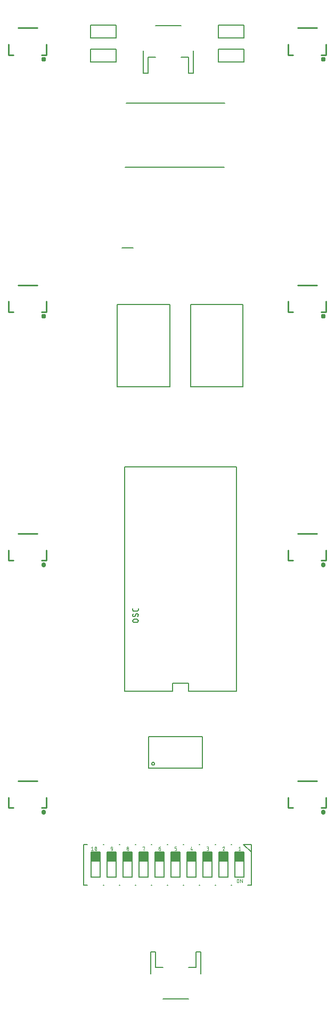
<source format=gto>
G75*
%MOIN*%
%OFA0B0*%
%FSLAX25Y25*%
%IPPOS*%
%LPD*%
%AMOC8*
5,1,8,0,0,1.08239X$1,22.5*
%
%ADD10C,0.00600*%
%ADD11C,0.00800*%
%ADD12C,0.00200*%
%ADD13R,0.05906X0.05906*%
%ADD14C,0.01000*%
%ADD15C,0.01575*%
%ADD16C,0.00500*%
D10*
X0131671Y0242879D02*
X0133182Y0242879D01*
X0133242Y0242881D01*
X0133303Y0242887D01*
X0133362Y0242896D01*
X0133421Y0242910D01*
X0133479Y0242927D01*
X0133536Y0242948D01*
X0133592Y0242972D01*
X0133645Y0243000D01*
X0133697Y0243032D01*
X0133747Y0243066D01*
X0133794Y0243104D01*
X0133839Y0243145D01*
X0133881Y0243188D01*
X0133920Y0243234D01*
X0133956Y0243283D01*
X0133989Y0243334D01*
X0134019Y0243386D01*
X0134045Y0243441D01*
X0134068Y0243497D01*
X0134087Y0243554D01*
X0134102Y0243613D01*
X0134114Y0243672D01*
X0134122Y0243732D01*
X0134126Y0243793D01*
X0134126Y0243853D01*
X0134122Y0243914D01*
X0134114Y0243974D01*
X0134102Y0244033D01*
X0134087Y0244092D01*
X0134068Y0244149D01*
X0134045Y0244205D01*
X0134019Y0244260D01*
X0133989Y0244312D01*
X0133956Y0244363D01*
X0133920Y0244412D01*
X0133881Y0244458D01*
X0133839Y0244501D01*
X0133794Y0244542D01*
X0133747Y0244580D01*
X0133697Y0244614D01*
X0133645Y0244646D01*
X0133592Y0244674D01*
X0133536Y0244698D01*
X0133479Y0244719D01*
X0133421Y0244736D01*
X0133362Y0244750D01*
X0133303Y0244759D01*
X0133242Y0244765D01*
X0133182Y0244767D01*
X0133182Y0244768D02*
X0131671Y0244768D01*
X0131671Y0244767D02*
X0131611Y0244765D01*
X0131550Y0244759D01*
X0131491Y0244750D01*
X0131432Y0244736D01*
X0131374Y0244719D01*
X0131317Y0244698D01*
X0131261Y0244674D01*
X0131208Y0244646D01*
X0131156Y0244614D01*
X0131106Y0244580D01*
X0131059Y0244542D01*
X0131014Y0244501D01*
X0130972Y0244458D01*
X0130933Y0244412D01*
X0130897Y0244363D01*
X0130864Y0244312D01*
X0130834Y0244260D01*
X0130808Y0244205D01*
X0130785Y0244149D01*
X0130766Y0244092D01*
X0130751Y0244033D01*
X0130739Y0243974D01*
X0130731Y0243914D01*
X0130727Y0243853D01*
X0130727Y0243793D01*
X0130731Y0243732D01*
X0130739Y0243672D01*
X0130751Y0243613D01*
X0130766Y0243554D01*
X0130785Y0243497D01*
X0130808Y0243441D01*
X0130834Y0243386D01*
X0130864Y0243334D01*
X0130897Y0243283D01*
X0130933Y0243234D01*
X0130972Y0243188D01*
X0131014Y0243145D01*
X0131059Y0243104D01*
X0131106Y0243066D01*
X0131156Y0243032D01*
X0131208Y0243000D01*
X0131261Y0242972D01*
X0131317Y0242948D01*
X0131374Y0242927D01*
X0131432Y0242910D01*
X0131491Y0242896D01*
X0131550Y0242887D01*
X0131611Y0242881D01*
X0131671Y0242879D01*
X0132143Y0246831D02*
X0132710Y0247870D01*
X0134127Y0247492D02*
X0134125Y0247413D01*
X0134119Y0247335D01*
X0134110Y0247257D01*
X0134096Y0247179D01*
X0134079Y0247102D01*
X0134058Y0247026D01*
X0134033Y0246952D01*
X0134004Y0246878D01*
X0133972Y0246806D01*
X0133937Y0246736D01*
X0133898Y0246668D01*
X0133855Y0246601D01*
X0133810Y0246537D01*
X0133761Y0246475D01*
X0133709Y0246416D01*
X0133655Y0246359D01*
X0132710Y0247869D02*
X0132739Y0247914D01*
X0132770Y0247957D01*
X0132805Y0247997D01*
X0132842Y0248035D01*
X0132881Y0248070D01*
X0132924Y0248103D01*
X0132968Y0248132D01*
X0133014Y0248159D01*
X0133062Y0248182D01*
X0133111Y0248202D01*
X0133161Y0248218D01*
X0133213Y0248231D01*
X0133265Y0248240D01*
X0133318Y0248245D01*
X0133371Y0248247D01*
X0133371Y0248248D02*
X0133425Y0248246D01*
X0133479Y0248240D01*
X0133532Y0248231D01*
X0133584Y0248217D01*
X0133635Y0248200D01*
X0133685Y0248180D01*
X0133733Y0248156D01*
X0133780Y0248128D01*
X0133824Y0248097D01*
X0133866Y0248063D01*
X0133906Y0248027D01*
X0133942Y0247987D01*
X0133976Y0247945D01*
X0134007Y0247901D01*
X0134035Y0247854D01*
X0134059Y0247806D01*
X0134079Y0247756D01*
X0134096Y0247705D01*
X0134110Y0247653D01*
X0134119Y0247600D01*
X0134125Y0247546D01*
X0134127Y0247492D01*
X0131009Y0248059D02*
X0130969Y0248002D01*
X0130931Y0247943D01*
X0130896Y0247882D01*
X0130864Y0247820D01*
X0130836Y0247756D01*
X0130810Y0247690D01*
X0130788Y0247624D01*
X0130769Y0247556D01*
X0130754Y0247488D01*
X0130742Y0247419D01*
X0130733Y0247349D01*
X0130728Y0247279D01*
X0130726Y0247209D01*
X0130728Y0247155D01*
X0130734Y0247101D01*
X0130743Y0247048D01*
X0130757Y0246996D01*
X0130774Y0246945D01*
X0130794Y0246895D01*
X0130818Y0246847D01*
X0130846Y0246800D01*
X0130877Y0246756D01*
X0130911Y0246714D01*
X0130947Y0246674D01*
X0130987Y0246638D01*
X0131029Y0246604D01*
X0131073Y0246573D01*
X0131120Y0246545D01*
X0131168Y0246521D01*
X0131218Y0246501D01*
X0131269Y0246484D01*
X0131321Y0246470D01*
X0131374Y0246461D01*
X0131428Y0246455D01*
X0131482Y0246453D01*
X0131482Y0246454D02*
X0131535Y0246456D01*
X0131588Y0246461D01*
X0131640Y0246470D01*
X0131692Y0246483D01*
X0131742Y0246499D01*
X0131791Y0246519D01*
X0131839Y0246542D01*
X0131885Y0246569D01*
X0131930Y0246598D01*
X0131972Y0246631D01*
X0132011Y0246666D01*
X0132048Y0246704D01*
X0132083Y0246744D01*
X0132114Y0246787D01*
X0132143Y0246832D01*
X0131482Y0249824D02*
X0133371Y0249824D01*
X0133371Y0249823D02*
X0133425Y0249825D01*
X0133479Y0249831D01*
X0133532Y0249840D01*
X0133584Y0249854D01*
X0133635Y0249871D01*
X0133685Y0249891D01*
X0133733Y0249915D01*
X0133780Y0249943D01*
X0133824Y0249974D01*
X0133866Y0250008D01*
X0133906Y0250044D01*
X0133942Y0250084D01*
X0133976Y0250126D01*
X0134007Y0250170D01*
X0134035Y0250217D01*
X0134059Y0250265D01*
X0134079Y0250315D01*
X0134096Y0250366D01*
X0134110Y0250418D01*
X0134119Y0250471D01*
X0134125Y0250525D01*
X0134127Y0250579D01*
X0134127Y0251335D01*
X0131482Y0249823D02*
X0131428Y0249825D01*
X0131374Y0249831D01*
X0131321Y0249840D01*
X0131269Y0249854D01*
X0131218Y0249871D01*
X0131168Y0249891D01*
X0131120Y0249915D01*
X0131073Y0249943D01*
X0131029Y0249974D01*
X0130987Y0250008D01*
X0130947Y0250044D01*
X0130911Y0250084D01*
X0130877Y0250126D01*
X0130846Y0250170D01*
X0130818Y0250217D01*
X0130794Y0250265D01*
X0130774Y0250315D01*
X0130757Y0250366D01*
X0130743Y0250418D01*
X0130734Y0250471D01*
X0130728Y0250525D01*
X0130726Y0250579D01*
X0130727Y0250579D02*
X0130727Y0251335D01*
D11*
X0125521Y0199677D02*
X0125521Y0339677D01*
X0195521Y0339677D01*
X0195521Y0199677D01*
X0165521Y0199677D01*
X0165521Y0204677D01*
X0155521Y0204677D01*
X0155521Y0199677D01*
X0125521Y0199677D01*
X0140694Y0171421D02*
X0140694Y0151736D01*
X0174159Y0151736D01*
X0174159Y0171421D01*
X0140694Y0171421D01*
X0142549Y0154579D02*
X0142551Y0154638D01*
X0142557Y0154696D01*
X0142567Y0154754D01*
X0142580Y0154811D01*
X0142598Y0154867D01*
X0142619Y0154922D01*
X0142643Y0154975D01*
X0142672Y0155026D01*
X0142703Y0155076D01*
X0142738Y0155123D01*
X0142776Y0155168D01*
X0142817Y0155210D01*
X0142860Y0155249D01*
X0142906Y0155286D01*
X0142955Y0155319D01*
X0143005Y0155349D01*
X0143057Y0155375D01*
X0143111Y0155398D01*
X0143167Y0155418D01*
X0143223Y0155433D01*
X0143281Y0155445D01*
X0143339Y0155453D01*
X0143398Y0155457D01*
X0143456Y0155457D01*
X0143515Y0155453D01*
X0143573Y0155445D01*
X0143631Y0155433D01*
X0143687Y0155418D01*
X0143743Y0155398D01*
X0143797Y0155375D01*
X0143849Y0155349D01*
X0143899Y0155319D01*
X0143948Y0155286D01*
X0143994Y0155249D01*
X0144037Y0155210D01*
X0144078Y0155168D01*
X0144116Y0155123D01*
X0144151Y0155076D01*
X0144182Y0155026D01*
X0144211Y0154975D01*
X0144235Y0154922D01*
X0144256Y0154867D01*
X0144274Y0154811D01*
X0144287Y0154754D01*
X0144297Y0154696D01*
X0144303Y0154638D01*
X0144305Y0154579D01*
X0144303Y0154520D01*
X0144297Y0154462D01*
X0144287Y0154404D01*
X0144274Y0154347D01*
X0144256Y0154291D01*
X0144235Y0154236D01*
X0144211Y0154183D01*
X0144182Y0154132D01*
X0144151Y0154082D01*
X0144116Y0154035D01*
X0144078Y0153990D01*
X0144037Y0153948D01*
X0143994Y0153909D01*
X0143948Y0153872D01*
X0143899Y0153839D01*
X0143849Y0153809D01*
X0143797Y0153783D01*
X0143743Y0153760D01*
X0143687Y0153740D01*
X0143631Y0153725D01*
X0143573Y0153713D01*
X0143515Y0153705D01*
X0143456Y0153701D01*
X0143398Y0153701D01*
X0143339Y0153705D01*
X0143281Y0153713D01*
X0143223Y0153725D01*
X0143167Y0153740D01*
X0143111Y0153760D01*
X0143057Y0153783D01*
X0143005Y0153809D01*
X0142955Y0153839D01*
X0142906Y0153872D01*
X0142860Y0153909D01*
X0142817Y0153948D01*
X0142776Y0153990D01*
X0142738Y0154035D01*
X0142703Y0154082D01*
X0142672Y0154132D01*
X0142643Y0154183D01*
X0142619Y0154236D01*
X0142598Y0154291D01*
X0142580Y0154347D01*
X0142567Y0154404D01*
X0142557Y0154462D01*
X0142551Y0154520D01*
X0142549Y0154579D01*
X0142742Y0104276D02*
X0142210Y0104276D01*
X0140379Y0099453D02*
X0140379Y0083705D01*
X0134474Y0083705D01*
X0134474Y0099453D01*
X0140379Y0099453D01*
X0144474Y0099453D02*
X0150379Y0099453D01*
X0150379Y0083705D01*
X0144474Y0083705D01*
X0144474Y0099453D01*
X0152210Y0104276D02*
X0152742Y0104276D01*
X0154474Y0099453D02*
X0160379Y0099453D01*
X0160379Y0083705D01*
X0154474Y0083705D01*
X0154474Y0099453D01*
X0162210Y0104276D02*
X0162742Y0104276D01*
X0164474Y0099453D02*
X0170379Y0099453D01*
X0170379Y0083705D01*
X0164474Y0083705D01*
X0164474Y0099453D01*
X0172210Y0104276D02*
X0172742Y0104276D01*
X0174474Y0099453D02*
X0180379Y0099453D01*
X0180379Y0083705D01*
X0174474Y0083705D01*
X0174474Y0099453D01*
X0182210Y0104276D02*
X0182742Y0104276D01*
X0184474Y0099453D02*
X0190379Y0099453D01*
X0190379Y0083705D01*
X0184474Y0083705D01*
X0184474Y0099453D01*
X0192210Y0104276D02*
X0192742Y0104276D01*
X0194474Y0099453D02*
X0200379Y0099453D01*
X0200379Y0083705D01*
X0194474Y0083705D01*
X0194474Y0099453D01*
X0200005Y0104276D02*
X0204828Y0099453D01*
X0204927Y0104276D02*
X0200005Y0104276D01*
X0202742Y0104276D01*
X0204927Y0104276D02*
X0204927Y0078882D01*
X0202742Y0078882D01*
X0192742Y0078882D02*
X0192210Y0078882D01*
X0182742Y0078882D02*
X0182210Y0078882D01*
X0172742Y0078882D02*
X0172210Y0078882D01*
X0162742Y0078882D02*
X0162210Y0078882D01*
X0152742Y0078882D02*
X0152210Y0078882D01*
X0142742Y0078882D02*
X0142210Y0078882D01*
X0132742Y0078882D02*
X0132210Y0078882D01*
X0130379Y0083705D02*
X0130379Y0099453D01*
X0124474Y0099453D01*
X0124474Y0083705D01*
X0130379Y0083705D01*
X0122742Y0078882D02*
X0122210Y0078882D01*
X0120379Y0083705D02*
X0120379Y0099453D01*
X0114474Y0099453D01*
X0114474Y0083705D01*
X0120379Y0083705D01*
X0112742Y0078882D02*
X0112210Y0078882D01*
X0110379Y0083705D02*
X0110379Y0099453D01*
X0104474Y0099453D01*
X0104474Y0083705D01*
X0110379Y0083705D01*
X0102210Y0078882D02*
X0100025Y0078882D01*
X0100025Y0104276D01*
X0102210Y0104276D01*
X0112210Y0104276D02*
X0112742Y0104276D01*
X0122210Y0104276D02*
X0122742Y0104276D01*
X0132210Y0104276D02*
X0132742Y0104276D01*
X0141836Y0037264D02*
X0141836Y0023484D01*
X0144986Y0027421D02*
X0144986Y0037264D01*
X0141836Y0037264D01*
X0144986Y0027421D02*
X0149710Y0027421D01*
X0149710Y0007736D02*
X0165458Y0007736D01*
X0173332Y0023484D02*
X0173332Y0037264D01*
X0170183Y0037264D01*
X0170183Y0027421D01*
X0165458Y0027421D01*
X0130927Y0476379D02*
X0123927Y0476379D01*
X0137218Y0585547D02*
X0140368Y0585547D01*
X0140368Y0595390D01*
X0145092Y0595390D01*
X0137218Y0599327D02*
X0137218Y0585547D01*
X0145092Y0615075D02*
X0160840Y0615075D01*
X0168714Y0599327D02*
X0168714Y0585547D01*
X0165564Y0585547D01*
X0165564Y0595390D01*
X0160840Y0595390D01*
D12*
X0158114Y0102699D02*
X0156892Y0102699D01*
X0156892Y0101721D01*
X0157625Y0101721D01*
X0157625Y0101722D02*
X0157668Y0101720D01*
X0157710Y0101715D01*
X0157752Y0101705D01*
X0157792Y0101693D01*
X0157832Y0101676D01*
X0157870Y0101656D01*
X0157905Y0101634D01*
X0157939Y0101608D01*
X0157971Y0101579D01*
X0158000Y0101547D01*
X0158026Y0101513D01*
X0158048Y0101478D01*
X0158068Y0101440D01*
X0158085Y0101400D01*
X0158097Y0101360D01*
X0158107Y0101318D01*
X0158112Y0101276D01*
X0158114Y0101233D01*
X0158114Y0100988D01*
X0158112Y0100945D01*
X0158107Y0100903D01*
X0158097Y0100861D01*
X0158085Y0100821D01*
X0158068Y0100781D01*
X0158048Y0100743D01*
X0158026Y0100708D01*
X0158000Y0100674D01*
X0157971Y0100642D01*
X0157939Y0100613D01*
X0157905Y0100587D01*
X0157869Y0100565D01*
X0157832Y0100545D01*
X0157792Y0100528D01*
X0157752Y0100516D01*
X0157710Y0100506D01*
X0157668Y0100501D01*
X0157625Y0100499D01*
X0156892Y0100499D01*
X0148114Y0101110D02*
X0148114Y0101233D01*
X0148112Y0101276D01*
X0148107Y0101318D01*
X0148097Y0101360D01*
X0148085Y0101400D01*
X0148068Y0101440D01*
X0148048Y0101478D01*
X0148026Y0101513D01*
X0148000Y0101547D01*
X0147971Y0101579D01*
X0147939Y0101608D01*
X0147905Y0101634D01*
X0147870Y0101656D01*
X0147832Y0101676D01*
X0147792Y0101693D01*
X0147752Y0101705D01*
X0147710Y0101715D01*
X0147668Y0101720D01*
X0147625Y0101722D01*
X0147625Y0101721D02*
X0146892Y0101721D01*
X0146892Y0101110D01*
X0146894Y0101062D01*
X0146900Y0101014D01*
X0146909Y0100967D01*
X0146922Y0100921D01*
X0146939Y0100876D01*
X0146959Y0100833D01*
X0146982Y0100791D01*
X0147009Y0100751D01*
X0147038Y0100713D01*
X0147071Y0100678D01*
X0147106Y0100645D01*
X0147144Y0100616D01*
X0147184Y0100589D01*
X0147226Y0100566D01*
X0147269Y0100546D01*
X0147314Y0100529D01*
X0147360Y0100516D01*
X0147407Y0100507D01*
X0147455Y0100501D01*
X0147503Y0100499D01*
X0147551Y0100501D01*
X0147599Y0100507D01*
X0147646Y0100516D01*
X0147692Y0100529D01*
X0147737Y0100546D01*
X0147780Y0100566D01*
X0147822Y0100589D01*
X0147862Y0100616D01*
X0147900Y0100645D01*
X0147935Y0100678D01*
X0147968Y0100713D01*
X0147997Y0100751D01*
X0148024Y0100791D01*
X0148047Y0100833D01*
X0148067Y0100876D01*
X0148084Y0100921D01*
X0148097Y0100967D01*
X0148106Y0101014D01*
X0148112Y0101062D01*
X0148114Y0101110D01*
X0146892Y0101721D02*
X0146894Y0101782D01*
X0146900Y0101844D01*
X0146909Y0101904D01*
X0146923Y0101964D01*
X0146940Y0102023D01*
X0146961Y0102081D01*
X0146985Y0102137D01*
X0147013Y0102192D01*
X0147044Y0102245D01*
X0147079Y0102296D01*
X0147116Y0102344D01*
X0147157Y0102390D01*
X0147201Y0102434D01*
X0147247Y0102475D01*
X0147295Y0102512D01*
X0147346Y0102547D01*
X0147399Y0102578D01*
X0147454Y0102606D01*
X0147510Y0102630D01*
X0147568Y0102651D01*
X0147627Y0102668D01*
X0147687Y0102682D01*
X0147747Y0102691D01*
X0147809Y0102697D01*
X0147870Y0102699D01*
X0138114Y0102699D02*
X0137503Y0100499D01*
X0136892Y0102455D02*
X0136892Y0102699D01*
X0138114Y0102699D01*
X0127992Y0102210D02*
X0127990Y0102167D01*
X0127985Y0102125D01*
X0127975Y0102083D01*
X0127963Y0102043D01*
X0127946Y0102003D01*
X0127926Y0101966D01*
X0127904Y0101930D01*
X0127878Y0101896D01*
X0127849Y0101864D01*
X0127817Y0101835D01*
X0127783Y0101809D01*
X0127748Y0101787D01*
X0127710Y0101767D01*
X0127670Y0101750D01*
X0127630Y0101738D01*
X0127588Y0101728D01*
X0127546Y0101723D01*
X0127503Y0101721D01*
X0127460Y0101723D01*
X0127418Y0101728D01*
X0127376Y0101738D01*
X0127336Y0101750D01*
X0127296Y0101767D01*
X0127259Y0101787D01*
X0127223Y0101809D01*
X0127189Y0101835D01*
X0127157Y0101864D01*
X0127128Y0101896D01*
X0127102Y0101930D01*
X0127080Y0101966D01*
X0127060Y0102003D01*
X0127043Y0102043D01*
X0127031Y0102083D01*
X0127021Y0102125D01*
X0127016Y0102167D01*
X0127014Y0102210D01*
X0127016Y0102253D01*
X0127021Y0102295D01*
X0127031Y0102337D01*
X0127043Y0102377D01*
X0127060Y0102417D01*
X0127080Y0102455D01*
X0127102Y0102490D01*
X0127128Y0102524D01*
X0127157Y0102556D01*
X0127189Y0102585D01*
X0127223Y0102611D01*
X0127259Y0102633D01*
X0127296Y0102653D01*
X0127336Y0102670D01*
X0127376Y0102682D01*
X0127418Y0102692D01*
X0127460Y0102697D01*
X0127503Y0102699D01*
X0127546Y0102697D01*
X0127588Y0102692D01*
X0127630Y0102682D01*
X0127670Y0102670D01*
X0127710Y0102653D01*
X0127748Y0102633D01*
X0127783Y0102611D01*
X0127817Y0102585D01*
X0127849Y0102556D01*
X0127878Y0102524D01*
X0127904Y0102490D01*
X0127926Y0102455D01*
X0127946Y0102417D01*
X0127963Y0102377D01*
X0127975Y0102337D01*
X0127985Y0102295D01*
X0127990Y0102253D01*
X0127992Y0102210D01*
X0128114Y0101110D02*
X0128112Y0101062D01*
X0128106Y0101014D01*
X0128097Y0100967D01*
X0128084Y0100921D01*
X0128067Y0100876D01*
X0128047Y0100833D01*
X0128024Y0100791D01*
X0127997Y0100751D01*
X0127968Y0100713D01*
X0127935Y0100678D01*
X0127900Y0100645D01*
X0127862Y0100616D01*
X0127822Y0100589D01*
X0127780Y0100566D01*
X0127737Y0100546D01*
X0127692Y0100529D01*
X0127646Y0100516D01*
X0127599Y0100507D01*
X0127551Y0100501D01*
X0127503Y0100499D01*
X0127455Y0100501D01*
X0127407Y0100507D01*
X0127360Y0100516D01*
X0127314Y0100529D01*
X0127269Y0100546D01*
X0127226Y0100566D01*
X0127184Y0100589D01*
X0127144Y0100616D01*
X0127106Y0100645D01*
X0127071Y0100678D01*
X0127038Y0100713D01*
X0127009Y0100751D01*
X0126982Y0100791D01*
X0126959Y0100833D01*
X0126939Y0100876D01*
X0126922Y0100921D01*
X0126909Y0100967D01*
X0126900Y0101014D01*
X0126894Y0101062D01*
X0126892Y0101110D01*
X0126894Y0101158D01*
X0126900Y0101206D01*
X0126909Y0101253D01*
X0126922Y0101299D01*
X0126939Y0101344D01*
X0126959Y0101387D01*
X0126982Y0101429D01*
X0127009Y0101469D01*
X0127038Y0101507D01*
X0127071Y0101542D01*
X0127106Y0101575D01*
X0127144Y0101604D01*
X0127184Y0101631D01*
X0127226Y0101654D01*
X0127269Y0101674D01*
X0127314Y0101691D01*
X0127360Y0101704D01*
X0127407Y0101713D01*
X0127455Y0101719D01*
X0127503Y0101721D01*
X0127551Y0101719D01*
X0127599Y0101713D01*
X0127646Y0101704D01*
X0127692Y0101691D01*
X0127737Y0101674D01*
X0127780Y0101654D01*
X0127822Y0101631D01*
X0127862Y0101604D01*
X0127900Y0101575D01*
X0127935Y0101542D01*
X0127968Y0101507D01*
X0127997Y0101469D01*
X0128024Y0101429D01*
X0128047Y0101387D01*
X0128067Y0101344D01*
X0128084Y0101299D01*
X0128097Y0101253D01*
X0128106Y0101206D01*
X0128112Y0101158D01*
X0128114Y0101110D01*
X0118114Y0101477D02*
X0118114Y0102088D01*
X0118114Y0101477D02*
X0117381Y0101477D01*
X0118114Y0101477D02*
X0118112Y0101416D01*
X0118106Y0101354D01*
X0118097Y0101294D01*
X0118083Y0101234D01*
X0118066Y0101175D01*
X0118045Y0101117D01*
X0118021Y0101061D01*
X0117993Y0101006D01*
X0117962Y0100953D01*
X0117927Y0100902D01*
X0117890Y0100854D01*
X0117849Y0100808D01*
X0117805Y0100764D01*
X0117759Y0100723D01*
X0117711Y0100686D01*
X0117660Y0100651D01*
X0117607Y0100620D01*
X0117552Y0100592D01*
X0117496Y0100568D01*
X0117438Y0100547D01*
X0117379Y0100530D01*
X0117319Y0100516D01*
X0117259Y0100507D01*
X0117197Y0100501D01*
X0117136Y0100499D01*
X0116892Y0101966D02*
X0116892Y0102088D01*
X0116892Y0101966D02*
X0116894Y0101923D01*
X0116899Y0101881D01*
X0116909Y0101839D01*
X0116921Y0101799D01*
X0116938Y0101759D01*
X0116958Y0101722D01*
X0116980Y0101686D01*
X0117006Y0101652D01*
X0117035Y0101620D01*
X0117067Y0101591D01*
X0117101Y0101565D01*
X0117136Y0101543D01*
X0117174Y0101523D01*
X0117214Y0101506D01*
X0117254Y0101494D01*
X0117296Y0101484D01*
X0117338Y0101479D01*
X0117381Y0101477D01*
X0116892Y0102088D02*
X0116894Y0102136D01*
X0116900Y0102184D01*
X0116909Y0102231D01*
X0116922Y0102277D01*
X0116939Y0102322D01*
X0116959Y0102365D01*
X0116982Y0102407D01*
X0117009Y0102447D01*
X0117038Y0102485D01*
X0117071Y0102520D01*
X0117106Y0102553D01*
X0117144Y0102582D01*
X0117184Y0102609D01*
X0117226Y0102632D01*
X0117269Y0102652D01*
X0117314Y0102669D01*
X0117360Y0102682D01*
X0117407Y0102691D01*
X0117455Y0102697D01*
X0117503Y0102699D01*
X0117551Y0102697D01*
X0117599Y0102691D01*
X0117646Y0102682D01*
X0117692Y0102669D01*
X0117737Y0102652D01*
X0117780Y0102632D01*
X0117822Y0102609D01*
X0117862Y0102582D01*
X0117900Y0102553D01*
X0117935Y0102520D01*
X0117968Y0102485D01*
X0117997Y0102447D01*
X0118024Y0102407D01*
X0118047Y0102365D01*
X0118067Y0102322D01*
X0118084Y0102277D01*
X0118097Y0102231D01*
X0118106Y0102184D01*
X0118112Y0102136D01*
X0118114Y0102088D01*
X0107075Y0100805D02*
X0107041Y0100879D01*
X0107010Y0100955D01*
X0106983Y0101033D01*
X0106959Y0101112D01*
X0106938Y0101191D01*
X0106922Y0101272D01*
X0106909Y0101353D01*
X0106899Y0101435D01*
X0106894Y0101517D01*
X0106892Y0101599D01*
X0108114Y0101599D02*
X0108112Y0101681D01*
X0108107Y0101763D01*
X0108097Y0101845D01*
X0108084Y0101926D01*
X0108068Y0102007D01*
X0108047Y0102086D01*
X0108023Y0102165D01*
X0107996Y0102243D01*
X0107965Y0102319D01*
X0107931Y0102393D01*
X0107992Y0102210D02*
X0107014Y0100988D01*
X0107075Y0100804D02*
X0107090Y0100767D01*
X0107108Y0100731D01*
X0107129Y0100697D01*
X0107153Y0100665D01*
X0107180Y0100635D01*
X0107209Y0100608D01*
X0107240Y0100583D01*
X0107274Y0100561D01*
X0107309Y0100543D01*
X0107346Y0100527D01*
X0107384Y0100515D01*
X0107423Y0100506D01*
X0107463Y0100501D01*
X0107503Y0100499D01*
X0107543Y0100501D01*
X0107583Y0100506D01*
X0107622Y0100515D01*
X0107660Y0100527D01*
X0107697Y0100543D01*
X0107732Y0100561D01*
X0107766Y0100583D01*
X0107797Y0100608D01*
X0107826Y0100635D01*
X0107853Y0100665D01*
X0107877Y0100697D01*
X0107898Y0100731D01*
X0107916Y0100767D01*
X0107931Y0100804D01*
X0106892Y0101599D02*
X0106894Y0101681D01*
X0106899Y0101763D01*
X0106909Y0101845D01*
X0106922Y0101926D01*
X0106938Y0102007D01*
X0106959Y0102086D01*
X0106983Y0102165D01*
X0107010Y0102243D01*
X0107041Y0102319D01*
X0107075Y0102393D01*
X0107503Y0102699D02*
X0107543Y0102697D01*
X0107583Y0102692D01*
X0107622Y0102683D01*
X0107660Y0102671D01*
X0107697Y0102655D01*
X0107732Y0102637D01*
X0107766Y0102615D01*
X0107797Y0102590D01*
X0107826Y0102563D01*
X0107853Y0102533D01*
X0107877Y0102501D01*
X0107898Y0102467D01*
X0107916Y0102431D01*
X0107931Y0102394D01*
X0107503Y0102699D02*
X0107463Y0102697D01*
X0107423Y0102692D01*
X0107384Y0102683D01*
X0107346Y0102671D01*
X0107309Y0102655D01*
X0107274Y0102637D01*
X0107240Y0102615D01*
X0107209Y0102590D01*
X0107180Y0102563D01*
X0107153Y0102533D01*
X0107129Y0102501D01*
X0107108Y0102467D01*
X0107090Y0102431D01*
X0107075Y0102394D01*
X0108114Y0101599D02*
X0108112Y0101517D01*
X0108107Y0101435D01*
X0108097Y0101353D01*
X0108084Y0101272D01*
X0108068Y0101191D01*
X0108047Y0101112D01*
X0108023Y0101033D01*
X0107996Y0100955D01*
X0107965Y0100879D01*
X0107931Y0100805D01*
X0105954Y0100499D02*
X0104732Y0100499D01*
X0105343Y0100499D02*
X0105343Y0102699D01*
X0104732Y0102210D01*
X0166892Y0100988D02*
X0168114Y0100988D01*
X0167747Y0101477D02*
X0167747Y0100499D01*
X0166892Y0100988D02*
X0167381Y0102699D01*
X0176892Y0102699D02*
X0177625Y0102699D01*
X0177668Y0102697D01*
X0177710Y0102692D01*
X0177752Y0102682D01*
X0177792Y0102670D01*
X0177832Y0102653D01*
X0177870Y0102633D01*
X0177905Y0102611D01*
X0177939Y0102585D01*
X0177971Y0102556D01*
X0178000Y0102524D01*
X0178026Y0102490D01*
X0178048Y0102455D01*
X0178068Y0102417D01*
X0178085Y0102377D01*
X0178097Y0102337D01*
X0178107Y0102295D01*
X0178112Y0102253D01*
X0178114Y0102210D01*
X0178112Y0102167D01*
X0178107Y0102125D01*
X0178097Y0102083D01*
X0178085Y0102043D01*
X0178068Y0102003D01*
X0178048Y0101966D01*
X0178026Y0101930D01*
X0178000Y0101896D01*
X0177971Y0101864D01*
X0177939Y0101835D01*
X0177905Y0101809D01*
X0177870Y0101787D01*
X0177832Y0101767D01*
X0177792Y0101750D01*
X0177752Y0101738D01*
X0177710Y0101728D01*
X0177668Y0101723D01*
X0177625Y0101721D01*
X0177136Y0101721D01*
X0177503Y0101721D02*
X0177551Y0101719D01*
X0177599Y0101713D01*
X0177646Y0101704D01*
X0177692Y0101691D01*
X0177737Y0101674D01*
X0177780Y0101654D01*
X0177822Y0101631D01*
X0177862Y0101604D01*
X0177900Y0101575D01*
X0177935Y0101542D01*
X0177968Y0101507D01*
X0177997Y0101469D01*
X0178024Y0101429D01*
X0178047Y0101387D01*
X0178067Y0101344D01*
X0178084Y0101299D01*
X0178097Y0101253D01*
X0178106Y0101206D01*
X0178112Y0101158D01*
X0178114Y0101110D01*
X0178112Y0101062D01*
X0178106Y0101014D01*
X0178097Y0100967D01*
X0178084Y0100921D01*
X0178067Y0100876D01*
X0178047Y0100833D01*
X0178024Y0100791D01*
X0177997Y0100751D01*
X0177968Y0100713D01*
X0177935Y0100678D01*
X0177900Y0100645D01*
X0177862Y0100616D01*
X0177822Y0100589D01*
X0177780Y0100566D01*
X0177737Y0100546D01*
X0177692Y0100529D01*
X0177646Y0100516D01*
X0177599Y0100507D01*
X0177551Y0100501D01*
X0177503Y0100499D01*
X0176892Y0100499D01*
X0186892Y0100499D02*
X0188114Y0100499D01*
X0186892Y0100499D02*
X0187931Y0101721D01*
X0187564Y0102700D02*
X0187512Y0102698D01*
X0187460Y0102692D01*
X0187408Y0102683D01*
X0187358Y0102669D01*
X0187308Y0102652D01*
X0187260Y0102631D01*
X0187214Y0102607D01*
X0187170Y0102580D01*
X0187127Y0102549D01*
X0187087Y0102515D01*
X0187050Y0102479D01*
X0187016Y0102439D01*
X0186984Y0102397D01*
X0186956Y0102354D01*
X0186931Y0102308D01*
X0186909Y0102260D01*
X0186891Y0102211D01*
X0187931Y0101721D02*
X0187964Y0101755D01*
X0187994Y0101792D01*
X0188022Y0101832D01*
X0188046Y0101873D01*
X0188066Y0101916D01*
X0188083Y0101961D01*
X0188097Y0102007D01*
X0188106Y0102054D01*
X0188112Y0102101D01*
X0188114Y0102149D01*
X0188112Y0102194D01*
X0188106Y0102240D01*
X0188097Y0102284D01*
X0188084Y0102328D01*
X0188068Y0102370D01*
X0188048Y0102411D01*
X0188024Y0102450D01*
X0187998Y0102487D01*
X0187969Y0102522D01*
X0187937Y0102554D01*
X0187902Y0102583D01*
X0187865Y0102609D01*
X0187826Y0102633D01*
X0187785Y0102653D01*
X0187743Y0102669D01*
X0187699Y0102682D01*
X0187655Y0102691D01*
X0187609Y0102697D01*
X0187564Y0102699D01*
X0196892Y0102210D02*
X0197503Y0102699D01*
X0197503Y0100499D01*
X0196892Y0100499D02*
X0198114Y0100499D01*
X0198073Y0082522D02*
X0199295Y0080322D01*
X0199295Y0082522D01*
X0198073Y0082522D02*
X0198073Y0080322D01*
X0197063Y0080933D02*
X0197063Y0081911D01*
X0197061Y0081959D01*
X0197055Y0082007D01*
X0197046Y0082054D01*
X0197033Y0082100D01*
X0197016Y0082145D01*
X0196996Y0082188D01*
X0196973Y0082230D01*
X0196946Y0082270D01*
X0196917Y0082308D01*
X0196884Y0082343D01*
X0196849Y0082376D01*
X0196811Y0082405D01*
X0196771Y0082432D01*
X0196729Y0082455D01*
X0196686Y0082475D01*
X0196641Y0082492D01*
X0196595Y0082505D01*
X0196548Y0082514D01*
X0196500Y0082520D01*
X0196452Y0082522D01*
X0196404Y0082520D01*
X0196356Y0082514D01*
X0196309Y0082505D01*
X0196263Y0082492D01*
X0196218Y0082475D01*
X0196175Y0082455D01*
X0196133Y0082432D01*
X0196093Y0082405D01*
X0196055Y0082376D01*
X0196020Y0082343D01*
X0195987Y0082308D01*
X0195958Y0082270D01*
X0195931Y0082230D01*
X0195908Y0082188D01*
X0195888Y0082145D01*
X0195871Y0082100D01*
X0195858Y0082054D01*
X0195849Y0082007D01*
X0195843Y0081959D01*
X0195841Y0081911D01*
X0195841Y0080933D01*
X0195843Y0080885D01*
X0195849Y0080837D01*
X0195858Y0080790D01*
X0195871Y0080744D01*
X0195888Y0080699D01*
X0195908Y0080656D01*
X0195931Y0080614D01*
X0195958Y0080574D01*
X0195987Y0080536D01*
X0196020Y0080501D01*
X0196055Y0080468D01*
X0196093Y0080439D01*
X0196133Y0080412D01*
X0196175Y0080389D01*
X0196218Y0080369D01*
X0196263Y0080352D01*
X0196309Y0080339D01*
X0196356Y0080330D01*
X0196404Y0080324D01*
X0196452Y0080322D01*
X0196500Y0080324D01*
X0196548Y0080330D01*
X0196595Y0080339D01*
X0196641Y0080352D01*
X0196686Y0080369D01*
X0196729Y0080389D01*
X0196771Y0080412D01*
X0196811Y0080439D01*
X0196849Y0080468D01*
X0196884Y0080501D01*
X0196917Y0080536D01*
X0196946Y0080574D01*
X0196973Y0080614D01*
X0196996Y0080656D01*
X0197016Y0080699D01*
X0197033Y0080744D01*
X0197046Y0080790D01*
X0197055Y0080837D01*
X0197061Y0080885D01*
X0197063Y0080933D01*
D13*
X0197427Y0096500D03*
X0187427Y0096500D03*
X0177427Y0096500D03*
X0167427Y0096500D03*
X0157427Y0096500D03*
X0147427Y0096500D03*
X0137427Y0096500D03*
X0127427Y0096500D03*
X0117427Y0096500D03*
X0107427Y0096500D03*
D14*
X0053108Y0126965D02*
X0053108Y0133461D01*
X0053108Y0126965D02*
X0056061Y0126965D01*
X0059013Y0143697D02*
X0070824Y0143697D01*
X0076730Y0133461D02*
X0076730Y0126965D01*
X0073777Y0126965D01*
X0073777Y0281299D02*
X0076730Y0281299D01*
X0076730Y0287795D01*
X0070824Y0298031D02*
X0059013Y0298031D01*
X0053108Y0287795D02*
X0053108Y0281299D01*
X0056061Y0281299D01*
X0056061Y0436539D02*
X0053108Y0436539D01*
X0053108Y0443035D01*
X0059013Y0453272D02*
X0070824Y0453272D01*
X0076730Y0443035D02*
X0076730Y0436539D01*
X0073777Y0436539D01*
X0073777Y0596929D02*
X0076730Y0596929D01*
X0076730Y0603425D01*
X0070824Y0613661D02*
X0059013Y0613661D01*
X0053108Y0603425D02*
X0053108Y0596929D01*
X0056061Y0596929D01*
X0228108Y0596929D02*
X0228108Y0603425D01*
X0228108Y0596929D02*
X0231061Y0596929D01*
X0234013Y0613661D02*
X0245824Y0613661D01*
X0251730Y0603425D02*
X0251730Y0596929D01*
X0248777Y0596929D01*
X0245824Y0453272D02*
X0234013Y0453272D01*
X0228108Y0443035D02*
X0228108Y0436539D01*
X0231061Y0436539D01*
X0248777Y0436539D02*
X0251730Y0436539D01*
X0251730Y0443035D01*
X0245824Y0298031D02*
X0234013Y0298031D01*
X0228108Y0287795D02*
X0228108Y0281299D01*
X0231061Y0281299D01*
X0248777Y0281299D02*
X0251730Y0281299D01*
X0251730Y0287795D01*
X0245824Y0143697D02*
X0234013Y0143697D01*
X0228108Y0133461D02*
X0228108Y0126965D01*
X0231061Y0126965D01*
X0248777Y0126965D02*
X0251730Y0126965D01*
X0251730Y0133461D01*
D15*
X0249204Y0124406D02*
X0249206Y0124453D01*
X0249212Y0124499D01*
X0249221Y0124545D01*
X0249235Y0124589D01*
X0249252Y0124633D01*
X0249273Y0124674D01*
X0249297Y0124714D01*
X0249324Y0124752D01*
X0249355Y0124787D01*
X0249388Y0124820D01*
X0249424Y0124850D01*
X0249463Y0124876D01*
X0249503Y0124900D01*
X0249545Y0124919D01*
X0249589Y0124936D01*
X0249634Y0124948D01*
X0249680Y0124957D01*
X0249726Y0124962D01*
X0249773Y0124963D01*
X0249819Y0124960D01*
X0249865Y0124953D01*
X0249911Y0124942D01*
X0249955Y0124928D01*
X0249998Y0124910D01*
X0250039Y0124888D01*
X0250079Y0124863D01*
X0250116Y0124835D01*
X0250151Y0124804D01*
X0250183Y0124770D01*
X0250212Y0124733D01*
X0250237Y0124695D01*
X0250260Y0124654D01*
X0250279Y0124611D01*
X0250294Y0124567D01*
X0250306Y0124522D01*
X0250314Y0124476D01*
X0250318Y0124429D01*
X0250318Y0124383D01*
X0250314Y0124336D01*
X0250306Y0124290D01*
X0250294Y0124245D01*
X0250279Y0124201D01*
X0250260Y0124158D01*
X0250237Y0124117D01*
X0250212Y0124079D01*
X0250183Y0124042D01*
X0250151Y0124008D01*
X0250116Y0123977D01*
X0250079Y0123949D01*
X0250040Y0123924D01*
X0249998Y0123902D01*
X0249955Y0123884D01*
X0249911Y0123870D01*
X0249865Y0123859D01*
X0249819Y0123852D01*
X0249773Y0123849D01*
X0249726Y0123850D01*
X0249680Y0123855D01*
X0249634Y0123864D01*
X0249589Y0123876D01*
X0249545Y0123893D01*
X0249503Y0123912D01*
X0249463Y0123936D01*
X0249424Y0123962D01*
X0249388Y0123992D01*
X0249355Y0124025D01*
X0249324Y0124060D01*
X0249297Y0124098D01*
X0249273Y0124138D01*
X0249252Y0124179D01*
X0249235Y0124223D01*
X0249221Y0124267D01*
X0249212Y0124313D01*
X0249206Y0124359D01*
X0249204Y0124406D01*
X0249204Y0278740D02*
X0249206Y0278787D01*
X0249212Y0278833D01*
X0249221Y0278879D01*
X0249235Y0278923D01*
X0249252Y0278967D01*
X0249273Y0279008D01*
X0249297Y0279048D01*
X0249324Y0279086D01*
X0249355Y0279121D01*
X0249388Y0279154D01*
X0249424Y0279184D01*
X0249463Y0279210D01*
X0249503Y0279234D01*
X0249545Y0279253D01*
X0249589Y0279270D01*
X0249634Y0279282D01*
X0249680Y0279291D01*
X0249726Y0279296D01*
X0249773Y0279297D01*
X0249819Y0279294D01*
X0249865Y0279287D01*
X0249911Y0279276D01*
X0249955Y0279262D01*
X0249998Y0279244D01*
X0250039Y0279222D01*
X0250079Y0279197D01*
X0250116Y0279169D01*
X0250151Y0279138D01*
X0250183Y0279104D01*
X0250212Y0279067D01*
X0250237Y0279029D01*
X0250260Y0278988D01*
X0250279Y0278945D01*
X0250294Y0278901D01*
X0250306Y0278856D01*
X0250314Y0278810D01*
X0250318Y0278763D01*
X0250318Y0278717D01*
X0250314Y0278670D01*
X0250306Y0278624D01*
X0250294Y0278579D01*
X0250279Y0278535D01*
X0250260Y0278492D01*
X0250237Y0278451D01*
X0250212Y0278413D01*
X0250183Y0278376D01*
X0250151Y0278342D01*
X0250116Y0278311D01*
X0250079Y0278283D01*
X0250040Y0278258D01*
X0249998Y0278236D01*
X0249955Y0278218D01*
X0249911Y0278204D01*
X0249865Y0278193D01*
X0249819Y0278186D01*
X0249773Y0278183D01*
X0249726Y0278184D01*
X0249680Y0278189D01*
X0249634Y0278198D01*
X0249589Y0278210D01*
X0249545Y0278227D01*
X0249503Y0278246D01*
X0249463Y0278270D01*
X0249424Y0278296D01*
X0249388Y0278326D01*
X0249355Y0278359D01*
X0249324Y0278394D01*
X0249297Y0278432D01*
X0249273Y0278472D01*
X0249252Y0278513D01*
X0249235Y0278557D01*
X0249221Y0278601D01*
X0249212Y0278647D01*
X0249206Y0278693D01*
X0249204Y0278740D01*
X0249204Y0433980D02*
X0249206Y0434027D01*
X0249212Y0434073D01*
X0249221Y0434119D01*
X0249235Y0434163D01*
X0249252Y0434207D01*
X0249273Y0434248D01*
X0249297Y0434288D01*
X0249324Y0434326D01*
X0249355Y0434361D01*
X0249388Y0434394D01*
X0249424Y0434424D01*
X0249463Y0434450D01*
X0249503Y0434474D01*
X0249545Y0434493D01*
X0249589Y0434510D01*
X0249634Y0434522D01*
X0249680Y0434531D01*
X0249726Y0434536D01*
X0249773Y0434537D01*
X0249819Y0434534D01*
X0249865Y0434527D01*
X0249911Y0434516D01*
X0249955Y0434502D01*
X0249998Y0434484D01*
X0250039Y0434462D01*
X0250079Y0434437D01*
X0250116Y0434409D01*
X0250151Y0434378D01*
X0250183Y0434344D01*
X0250212Y0434307D01*
X0250237Y0434269D01*
X0250260Y0434228D01*
X0250279Y0434185D01*
X0250294Y0434141D01*
X0250306Y0434096D01*
X0250314Y0434050D01*
X0250318Y0434003D01*
X0250318Y0433957D01*
X0250314Y0433910D01*
X0250306Y0433864D01*
X0250294Y0433819D01*
X0250279Y0433775D01*
X0250260Y0433732D01*
X0250237Y0433691D01*
X0250212Y0433653D01*
X0250183Y0433616D01*
X0250151Y0433582D01*
X0250116Y0433551D01*
X0250079Y0433523D01*
X0250040Y0433498D01*
X0249998Y0433476D01*
X0249955Y0433458D01*
X0249911Y0433444D01*
X0249865Y0433433D01*
X0249819Y0433426D01*
X0249773Y0433423D01*
X0249726Y0433424D01*
X0249680Y0433429D01*
X0249634Y0433438D01*
X0249589Y0433450D01*
X0249545Y0433467D01*
X0249503Y0433486D01*
X0249463Y0433510D01*
X0249424Y0433536D01*
X0249388Y0433566D01*
X0249355Y0433599D01*
X0249324Y0433634D01*
X0249297Y0433672D01*
X0249273Y0433712D01*
X0249252Y0433753D01*
X0249235Y0433797D01*
X0249221Y0433841D01*
X0249212Y0433887D01*
X0249206Y0433933D01*
X0249204Y0433980D01*
X0249204Y0594370D02*
X0249206Y0594417D01*
X0249212Y0594463D01*
X0249221Y0594509D01*
X0249235Y0594553D01*
X0249252Y0594597D01*
X0249273Y0594638D01*
X0249297Y0594678D01*
X0249324Y0594716D01*
X0249355Y0594751D01*
X0249388Y0594784D01*
X0249424Y0594814D01*
X0249463Y0594840D01*
X0249503Y0594864D01*
X0249545Y0594883D01*
X0249589Y0594900D01*
X0249634Y0594912D01*
X0249680Y0594921D01*
X0249726Y0594926D01*
X0249773Y0594927D01*
X0249819Y0594924D01*
X0249865Y0594917D01*
X0249911Y0594906D01*
X0249955Y0594892D01*
X0249998Y0594874D01*
X0250039Y0594852D01*
X0250079Y0594827D01*
X0250116Y0594799D01*
X0250151Y0594768D01*
X0250183Y0594734D01*
X0250212Y0594697D01*
X0250237Y0594659D01*
X0250260Y0594618D01*
X0250279Y0594575D01*
X0250294Y0594531D01*
X0250306Y0594486D01*
X0250314Y0594440D01*
X0250318Y0594393D01*
X0250318Y0594347D01*
X0250314Y0594300D01*
X0250306Y0594254D01*
X0250294Y0594209D01*
X0250279Y0594165D01*
X0250260Y0594122D01*
X0250237Y0594081D01*
X0250212Y0594043D01*
X0250183Y0594006D01*
X0250151Y0593972D01*
X0250116Y0593941D01*
X0250079Y0593913D01*
X0250040Y0593888D01*
X0249998Y0593866D01*
X0249955Y0593848D01*
X0249911Y0593834D01*
X0249865Y0593823D01*
X0249819Y0593816D01*
X0249773Y0593813D01*
X0249726Y0593814D01*
X0249680Y0593819D01*
X0249634Y0593828D01*
X0249589Y0593840D01*
X0249545Y0593857D01*
X0249503Y0593876D01*
X0249463Y0593900D01*
X0249424Y0593926D01*
X0249388Y0593956D01*
X0249355Y0593989D01*
X0249324Y0594024D01*
X0249297Y0594062D01*
X0249273Y0594102D01*
X0249252Y0594143D01*
X0249235Y0594187D01*
X0249221Y0594231D01*
X0249212Y0594277D01*
X0249206Y0594323D01*
X0249204Y0594370D01*
X0074204Y0594370D02*
X0074206Y0594417D01*
X0074212Y0594463D01*
X0074221Y0594509D01*
X0074235Y0594553D01*
X0074252Y0594597D01*
X0074273Y0594638D01*
X0074297Y0594678D01*
X0074324Y0594716D01*
X0074355Y0594751D01*
X0074388Y0594784D01*
X0074424Y0594814D01*
X0074463Y0594840D01*
X0074503Y0594864D01*
X0074545Y0594883D01*
X0074589Y0594900D01*
X0074634Y0594912D01*
X0074680Y0594921D01*
X0074726Y0594926D01*
X0074773Y0594927D01*
X0074819Y0594924D01*
X0074865Y0594917D01*
X0074911Y0594906D01*
X0074955Y0594892D01*
X0074998Y0594874D01*
X0075039Y0594852D01*
X0075079Y0594827D01*
X0075116Y0594799D01*
X0075151Y0594768D01*
X0075183Y0594734D01*
X0075212Y0594697D01*
X0075237Y0594659D01*
X0075260Y0594618D01*
X0075279Y0594575D01*
X0075294Y0594531D01*
X0075306Y0594486D01*
X0075314Y0594440D01*
X0075318Y0594393D01*
X0075318Y0594347D01*
X0075314Y0594300D01*
X0075306Y0594254D01*
X0075294Y0594209D01*
X0075279Y0594165D01*
X0075260Y0594122D01*
X0075237Y0594081D01*
X0075212Y0594043D01*
X0075183Y0594006D01*
X0075151Y0593972D01*
X0075116Y0593941D01*
X0075079Y0593913D01*
X0075040Y0593888D01*
X0074998Y0593866D01*
X0074955Y0593848D01*
X0074911Y0593834D01*
X0074865Y0593823D01*
X0074819Y0593816D01*
X0074773Y0593813D01*
X0074726Y0593814D01*
X0074680Y0593819D01*
X0074634Y0593828D01*
X0074589Y0593840D01*
X0074545Y0593857D01*
X0074503Y0593876D01*
X0074463Y0593900D01*
X0074424Y0593926D01*
X0074388Y0593956D01*
X0074355Y0593989D01*
X0074324Y0594024D01*
X0074297Y0594062D01*
X0074273Y0594102D01*
X0074252Y0594143D01*
X0074235Y0594187D01*
X0074221Y0594231D01*
X0074212Y0594277D01*
X0074206Y0594323D01*
X0074204Y0594370D01*
X0074204Y0433980D02*
X0074206Y0434027D01*
X0074212Y0434073D01*
X0074221Y0434119D01*
X0074235Y0434163D01*
X0074252Y0434207D01*
X0074273Y0434248D01*
X0074297Y0434288D01*
X0074324Y0434326D01*
X0074355Y0434361D01*
X0074388Y0434394D01*
X0074424Y0434424D01*
X0074463Y0434450D01*
X0074503Y0434474D01*
X0074545Y0434493D01*
X0074589Y0434510D01*
X0074634Y0434522D01*
X0074680Y0434531D01*
X0074726Y0434536D01*
X0074773Y0434537D01*
X0074819Y0434534D01*
X0074865Y0434527D01*
X0074911Y0434516D01*
X0074955Y0434502D01*
X0074998Y0434484D01*
X0075039Y0434462D01*
X0075079Y0434437D01*
X0075116Y0434409D01*
X0075151Y0434378D01*
X0075183Y0434344D01*
X0075212Y0434307D01*
X0075237Y0434269D01*
X0075260Y0434228D01*
X0075279Y0434185D01*
X0075294Y0434141D01*
X0075306Y0434096D01*
X0075314Y0434050D01*
X0075318Y0434003D01*
X0075318Y0433957D01*
X0075314Y0433910D01*
X0075306Y0433864D01*
X0075294Y0433819D01*
X0075279Y0433775D01*
X0075260Y0433732D01*
X0075237Y0433691D01*
X0075212Y0433653D01*
X0075183Y0433616D01*
X0075151Y0433582D01*
X0075116Y0433551D01*
X0075079Y0433523D01*
X0075040Y0433498D01*
X0074998Y0433476D01*
X0074955Y0433458D01*
X0074911Y0433444D01*
X0074865Y0433433D01*
X0074819Y0433426D01*
X0074773Y0433423D01*
X0074726Y0433424D01*
X0074680Y0433429D01*
X0074634Y0433438D01*
X0074589Y0433450D01*
X0074545Y0433467D01*
X0074503Y0433486D01*
X0074463Y0433510D01*
X0074424Y0433536D01*
X0074388Y0433566D01*
X0074355Y0433599D01*
X0074324Y0433634D01*
X0074297Y0433672D01*
X0074273Y0433712D01*
X0074252Y0433753D01*
X0074235Y0433797D01*
X0074221Y0433841D01*
X0074212Y0433887D01*
X0074206Y0433933D01*
X0074204Y0433980D01*
X0074204Y0278740D02*
X0074206Y0278787D01*
X0074212Y0278833D01*
X0074221Y0278879D01*
X0074235Y0278923D01*
X0074252Y0278967D01*
X0074273Y0279008D01*
X0074297Y0279048D01*
X0074324Y0279086D01*
X0074355Y0279121D01*
X0074388Y0279154D01*
X0074424Y0279184D01*
X0074463Y0279210D01*
X0074503Y0279234D01*
X0074545Y0279253D01*
X0074589Y0279270D01*
X0074634Y0279282D01*
X0074680Y0279291D01*
X0074726Y0279296D01*
X0074773Y0279297D01*
X0074819Y0279294D01*
X0074865Y0279287D01*
X0074911Y0279276D01*
X0074955Y0279262D01*
X0074998Y0279244D01*
X0075039Y0279222D01*
X0075079Y0279197D01*
X0075116Y0279169D01*
X0075151Y0279138D01*
X0075183Y0279104D01*
X0075212Y0279067D01*
X0075237Y0279029D01*
X0075260Y0278988D01*
X0075279Y0278945D01*
X0075294Y0278901D01*
X0075306Y0278856D01*
X0075314Y0278810D01*
X0075318Y0278763D01*
X0075318Y0278717D01*
X0075314Y0278670D01*
X0075306Y0278624D01*
X0075294Y0278579D01*
X0075279Y0278535D01*
X0075260Y0278492D01*
X0075237Y0278451D01*
X0075212Y0278413D01*
X0075183Y0278376D01*
X0075151Y0278342D01*
X0075116Y0278311D01*
X0075079Y0278283D01*
X0075040Y0278258D01*
X0074998Y0278236D01*
X0074955Y0278218D01*
X0074911Y0278204D01*
X0074865Y0278193D01*
X0074819Y0278186D01*
X0074773Y0278183D01*
X0074726Y0278184D01*
X0074680Y0278189D01*
X0074634Y0278198D01*
X0074589Y0278210D01*
X0074545Y0278227D01*
X0074503Y0278246D01*
X0074463Y0278270D01*
X0074424Y0278296D01*
X0074388Y0278326D01*
X0074355Y0278359D01*
X0074324Y0278394D01*
X0074297Y0278432D01*
X0074273Y0278472D01*
X0074252Y0278513D01*
X0074235Y0278557D01*
X0074221Y0278601D01*
X0074212Y0278647D01*
X0074206Y0278693D01*
X0074204Y0278740D01*
X0074204Y0124406D02*
X0074206Y0124453D01*
X0074212Y0124499D01*
X0074221Y0124545D01*
X0074235Y0124589D01*
X0074252Y0124633D01*
X0074273Y0124674D01*
X0074297Y0124714D01*
X0074324Y0124752D01*
X0074355Y0124787D01*
X0074388Y0124820D01*
X0074424Y0124850D01*
X0074463Y0124876D01*
X0074503Y0124900D01*
X0074545Y0124919D01*
X0074589Y0124936D01*
X0074634Y0124948D01*
X0074680Y0124957D01*
X0074726Y0124962D01*
X0074773Y0124963D01*
X0074819Y0124960D01*
X0074865Y0124953D01*
X0074911Y0124942D01*
X0074955Y0124928D01*
X0074998Y0124910D01*
X0075039Y0124888D01*
X0075079Y0124863D01*
X0075116Y0124835D01*
X0075151Y0124804D01*
X0075183Y0124770D01*
X0075212Y0124733D01*
X0075237Y0124695D01*
X0075260Y0124654D01*
X0075279Y0124611D01*
X0075294Y0124567D01*
X0075306Y0124522D01*
X0075314Y0124476D01*
X0075318Y0124429D01*
X0075318Y0124383D01*
X0075314Y0124336D01*
X0075306Y0124290D01*
X0075294Y0124245D01*
X0075279Y0124201D01*
X0075260Y0124158D01*
X0075237Y0124117D01*
X0075212Y0124079D01*
X0075183Y0124042D01*
X0075151Y0124008D01*
X0075116Y0123977D01*
X0075079Y0123949D01*
X0075040Y0123924D01*
X0074998Y0123902D01*
X0074955Y0123884D01*
X0074911Y0123870D01*
X0074865Y0123859D01*
X0074819Y0123852D01*
X0074773Y0123849D01*
X0074726Y0123850D01*
X0074680Y0123855D01*
X0074634Y0123864D01*
X0074589Y0123876D01*
X0074545Y0123893D01*
X0074503Y0123912D01*
X0074463Y0123936D01*
X0074424Y0123962D01*
X0074388Y0123992D01*
X0074355Y0124025D01*
X0074324Y0124060D01*
X0074297Y0124098D01*
X0074273Y0124138D01*
X0074252Y0124179D01*
X0074235Y0124223D01*
X0074221Y0124267D01*
X0074212Y0124313D01*
X0074206Y0124359D01*
X0074204Y0124406D01*
D16*
X0121027Y0389904D02*
X0153827Y0389904D01*
X0153827Y0441128D01*
X0121027Y0441128D01*
X0121027Y0389904D01*
X0166827Y0389904D02*
X0199627Y0389904D01*
X0199627Y0441128D01*
X0166827Y0441128D01*
X0166827Y0389904D01*
X0187895Y0526709D02*
X0126084Y0526709D01*
X0126561Y0566657D02*
X0188372Y0566657D01*
X0184427Y0592579D02*
X0184427Y0600579D01*
X0200427Y0600579D01*
X0200427Y0592579D01*
X0184427Y0592579D01*
X0184427Y0607579D02*
X0184427Y0615579D01*
X0200427Y0615579D01*
X0200427Y0607579D01*
X0184427Y0607579D01*
X0120427Y0607579D02*
X0120427Y0615579D01*
X0104427Y0615579D01*
X0104427Y0607579D01*
X0120427Y0607579D01*
X0120427Y0600579D02*
X0120427Y0592579D01*
X0104427Y0592579D01*
X0104427Y0600579D01*
X0120427Y0600579D01*
M02*

</source>
